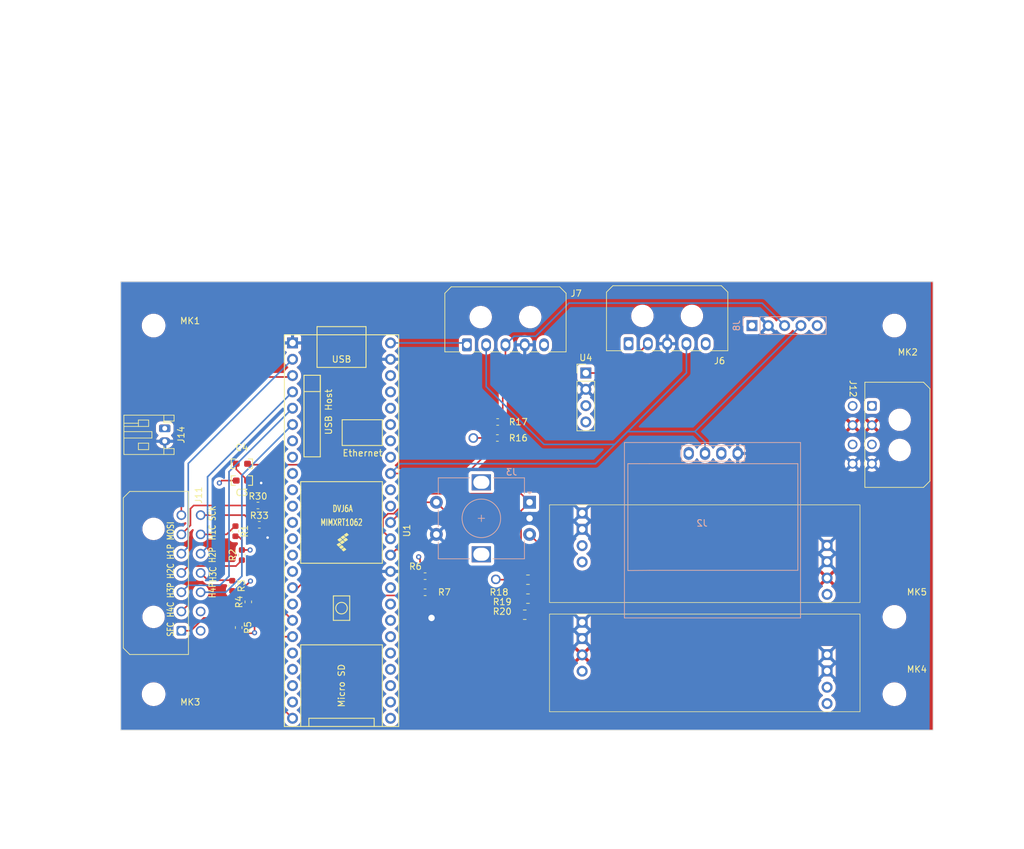
<source format=kicad_pcb>
(kicad_pcb (version 20241229) (generator "pcbnew") (generator_version "9.0")
  (layers (0 "F.Cu" jumper) (4 "In1.Cu" signal) (6 "In2.Cu" signal) (2 "B.Cu" signal) (13 "F.Paste" user) (15 "B.Paste" user) (5 "F.SilkS" user "F.Silkscreen") (7 "B.SilkS" user "B.Silkscreen") (1 "F.Mask" user) (3 "B.Mask" user) (25 "Edge.Cuts" user))
  (net 0 "")
  (net 1 "+12V")
  (net 2 "/MISO_1")
  (net 3 "/HL1_PWM_IN")
  (net 4 "/HL2_PWM_IN")
  (net 5 "GNDREF")
  (net 6 "ENC_A")
  (net 7 "/HL3_PWM_IN")
  (net 8 "/HL4_PWM_IN")
  (net 9 "ENC_B")
  (net 11 "ENC_SW")
  (net 12 "/SCL")
  (net 13 "/ANALOG_FLOW")
  (net 14 "/SDA")
  (net 15 "/PUMP_PWM_IN")
  (net 16 "/MOSI_1")
  (net 17 "/SCK_1")
  (net 27 "Net-(U1-24_A10_TX6_SCL2)")
  (net 42 "+5V")
  (net 44 "+3.3V")
  (net 45 "/SAFETY_CS")
  (net 46 "/HL4_CS")
  (net 47 "/HL2_CS")
  (net 48 "/HL3_CS")
  (net 49 "/HL1_CS")
  (net 50 "+24V")
  (net 51 "+8.4V")
  (footprint "MountingHole:MountingHole_3.2mm_M3" (layer "F.Cu") (at 208 77.5)
    (property "Reference" "MK2" (at 2.0776 4.144 0) (layer "F.SilkS"))
    (property "Value" "Mounting_Hole")
    (pad "" np_thru_hole circle (at 0 0) (size 3.2 3.2) (drill 3.2) (layers "*.Cu" "*.Mask"))
  )
  (footprint "chop_footprint_library:U3V50F12StepUpReg" (layer "F.Cu") (at 169.59 111.75)
    (property "Reference" "U3" (hide yes))
    (property "Value" "U3V50F12")
    (pad "1" thru_hole rect (at -10.16 -5.08) (size 1.7 1.7) (drill 1) (layers "*.Cu" "*.Mask") (net 5 "GNDREF"))
    (pad "2" thru_hole rect (at -10.16 -2.54) (size 1.7 1.7) (drill 1) (layers "*.Cu" "*.Mask") (net 5 "GNDREF"))
    (pad "3" thru_hole oval (at -10.16 0) (size 1.7 1.7) (drill 1) (layers "*.Cu" "*.Mask") (net 51 "+8.4V"))
    (pad "4" thru_hole oval (at -10.16 2.54) (size 1.7 1.7) (drill 1) (layers "*.Cu" "*.Mask"))
    (pad "5" thru_hole rect (at 27.94 -0.04) (size 1.7 1.7) (drill 1) (layers "*.Cu" "*.Mask") (net 5 "GNDREF"))
    (pad "6" thru_hole rect (at 27.94 2.5) (size 1.7 1.7) (drill 1) (layers "*.Cu" "*.Mask") (net 5 "GNDREF"))
    (pad "7" thru_hole oval (at 27.94 5.04) (size 1.7 1.7) (drill 1) (layers "*.Cu" "*.Mask") (net 1 "+12V"))
    (pad "8" thru_hole oval (at 27.94 7.58) (size 1.7 1.7) (drill 1) (layers "*.Cu" "*.Mask"))
  )
  (footprint "NYSEARCH:R_0603_1608Metric" (layer "F.Cu") (at 146.2425 94.99 180)
    (property "Reference" "R16" (at -3.2575 -0.01 180) (layer "F.SilkS"))
    (property "Value" "4.7k")
    (pad "1" smd roundrect (at -0.7875 0 180) (size 0.875 0.95) (layers "F.Cu" "F.Mask" "F.Paste") (net 14 "/SDA"))
    (pad "2" smd roundrect (at 0.7875 0 180) (size 0.875 0.95) (layers "F.Cu" "F.Mask" "F.Paste") (net 44 "+3.3V"))
  )
  (footprint "NYSEARCH:R_0603_1608Metric" (layer "F.Cu") (at 105 118 -90)
    (property "Reference" "R3" (at 0 -1.43 270) (layer "F.SilkS"))
    (property "Value" "4.7k")
    (pad "1" smd roundrect (at -0.7875 0 270) (size 0.875 0.95) (layers "F.Cu" "F.Mask" "F.Paste") (net 48 "/HL3_CS"))
    (pad "2" smd roundrect (at 0.7875 0 270) (size 0.875 0.95) (layers "F.Cu" "F.Mask" "F.Paste") (net 44 "+3.3V"))
  )
  (footprint "NYSEARCH:R_0603_1608Metric" (layer "F.Cu") (at 109 105.5)
    (property "Reference" "R30" (at 0 -1.43 0) (layer "F.SilkS"))
    (property "Value" "4.7k")
    (pad "1" smd roundrect (at -0.7875 0) (size 0.875 0.95) (layers "F.Cu" "F.Mask" "F.Paste") (net 16 "/MOSI_1"))
    (pad "2" smd roundrect (at 0.7875 0) (size 0.875 0.95) (layers "F.Cu" "F.Mask" "F.Paste") (net 5 "GNDREF"))
  )
  (footprint "NYSEARCH:R_0603_1608Metric" (layer "F.Cu") (at 106.5 113.2146 90)
    (property "Reference" "R2" (at 0 -1.43 90) (layer "F.SilkS"))
    (property "Value" "4.7k")
    (pad "1" smd roundrect (at -0.7875 0 90) (size 0.875 0.95) (layers "F.Cu" "F.Mask" "F.Paste") (net 47 "/HL2_CS"))
    (pad "2" smd roundrect (at 0.7875 0 90) (size 0.875 0.95) (layers "F.Cu" "F.Mask" "F.Paste") (net 44 "+3.3V"))
  )
  (footprint "NYSEARCH:C_0603_1608Metric_HandSolder" (layer "F.Cu") (at 106.5 101.6232 180)
    (property "Reference" "C3" (at 0 -1.8768 0) (layer "F.SilkS"))
    (property "Value" "0.1u")
    (pad "1" smd roundrect (at -0.875 0 180) (size 1.05 0.95) (layers "F.Cu" "F.Mask" "F.Paste") (net 5 "GNDREF"))
    (pad "2" smd roundrect (at 0.875 0 180) (size 1.05 0.95) (layers "F.Cu" "F.Mask" "F.Paste") (net 44 "+3.3V"))
  )
  (footprint "Connector_Molex:Molex_Micro-Fit_3.0_43650-0500_1x05_P3.00mm_Horizontal" (layer "F.Cu") (at 141.5 80.5)
    (property "Reference" "J7" (at 17 -8 0) (layer "F.SilkS"))
    (property "Value" "DISC PUMP")
    (pad "" np_thru_hole circle (at 2.15 -4.32) (size 3 3) (drill 3) (layers "*.Cu" "*.Mask"))
    (pad "" np_thru_hole circle (at 9.85 -4.32) (size 3 3) (drill 3) (layers "*.Cu" "*.Mask"))
    (pad "1" thru_hole roundrect (at 0 0) (size 1.5 2.02) (drill 1.02) (layers "*.Cu" "*.Mask") (roundrect_rratio 0.166667) (net 42 "+5V"))
    (pad "2" thru_hole oval (at 3 0) (size 1.5 2.02) (drill 1.02) (layers "*.Cu" "*.Mask") (net 14 "/SDA"))
    (pad "3" thru_hole oval (at 6 0) (size 1.5 2.02) (drill 1.02) (layers "*.Cu" "*.Mask") (net 12 "/SCL"))
    (pad "4" thru_hole oval (at 9 0) (size 1.5 2.02) (drill 1.02) (layers "*.Cu" "*.Mask") (net 5 "GNDREF"))
    (pad "5" thru_hole oval (at 12 0) (size 1.5 2.02) (drill 1.02) (layers "*.Cu" "*.Mask") (net 15 "/PUMP_PWM_IN"))
  )
  (footprint "Connector_JST:JST_PH_S2B-PH-K_1x02_P2.00mm_Horizontal" (layer "F.Cu") (at 94.5 93.5 -90)
    (property "Reference" "J14" (at 1 -2.55 270) (layer "F.SilkS"))
    (property "Value" "BatteryToMainBoard")
    (pad "1" thru_hole roundrect (at 0 0 270) (size 1.2 1.75) (drill 0.75) (layers "*.Cu" "*.Mask") (roundrect_rratio 0.208333) (net 51 "+8.4V"))
    (pad "2" thru_hole oval (at 2 0 270) (size 1.2 1.75) (drill 0.75) (layers "*.Cu" "*.Mask") (net 5 "GNDREF"))
  )
  (footprint "Connector_Molex:Molex_Micro-Fit_3.0_43650-0500_1x05_P3.00mm_Horizontal" (layer "F.Cu") (at 166.65 80.32)
    (property "Reference" "J6" (at 14.15 2.68 0) (layer "F.SilkS"))
    (property "Value" "PFLOW")
    (pad "" np_thru_hole circle (at 2.15 -4.32) (size 3 3) (drill 3) (layers "*.Cu" "*.Mask"))
    (pad "" np_thru_hole circle (at 9.85 -4.32) (size 3 3) (drill 3) (layers "*.Cu" "*.Mask"))
    (pad "1" thru_hole roundrect (at 0 0) (size 1.5 2.02) (drill 1.02) (layers "*.Cu" "*.Mask") (roundrect_rratio 0.166667) (net 13 "/ANALOG_FLOW"))
    (pad "2" thru_hole oval (at 3 0) (size 1.5 2.02) (drill 1.02) (layers "*.Cu" "*.Mask") (net 42 "+5V"))
    (pad "3" thru_hole oval (at 6 0) (size 1.5 2.02) (drill 1.02) (layers "*.Cu" "*.Mask") (net 5 "GNDREF"))
    (pad "4" thru_hole oval (at 9 0) (size 1.5 2.02) (drill 1.02) (layers "*.Cu" "*.Mask") (net 14 "/SDA"))
    (pad "5" thru_hole oval (at 12 0) (size 1.5 2.02) (drill 1.02) (layers "*.Cu" "*.Mask") (net 12 "/SCL"))
  )
  (footprint "NYSEARCH:C_0603_1608Metric_HandSolder" (layer "F.Cu") (at 106.5 99 180)
    (property "Reference" "C4" (at 0 2.5 0) (layer "F.SilkS"))
    (property "Value" "0.1u")
    (pad "1" smd roundrect (at -0.875 0 180) (size 1.05 0.95) (layers "F.Cu" "F.Mask" "F.Paste") (net 27 "Net-(U1-24_A10_TX6_SCL2)"))
    (pad "2" smd roundrect (at 0.875 0 180) (size 1.05 0.95) (layers "F.Cu" "F.Mask" "F.Paste") (net 5 "GNDREF"))
  )
  (footprint "NYSEARCH:R_0603_1608Metric" (layer "F.Cu") (at 105.5 109.5 -90)
    (property "Reference" "R1" (at 0 -1.43 270) (layer "F.SilkS"))
    (property "Value" "4.7k")
    (pad "1" smd roundrect (at -0.7875 0 270) (size 0.875 0.95) (layers "F.Cu" "F.Mask" "F.Paste") (net 49 "/HL1_CS"))
    (pad "2" smd roundrect (at 0.7875 0 270) (size 0.875 0.95) (layers "F.Cu" "F.Mask" "F.Paste") (net 44 "+3.3V"))
  )
  (footprint "MountingHole:MountingHole_3.2mm_M3" (layer "F.Cu") (at 92.7694 77.5)
    (property "Reference" "MK1" (at 5.6746 -0.7352 0) (layer "F.SilkS"))
    (property "Value" "Mounting_Hole")
    (pad "" np_thru_hole circle (at 0 0) (size 3.2 3.2) (drill 3.2) (layers "*.Cu" "*.Mask"))
  )
  (footprint "NYSEARCH:R_0603_1608Metric" (layer "F.Cu") (at 107.5 120.5 90)
    (property "Reference" "R4" (at 0 -1.43 90) (layer "F.SilkS"))
    (property "Value" "4.7k")
    (pad "1" smd roundrect (at -0.7875 0 90) (size 0.875 0.95) (layers "F.Cu" "F.Mask" "F.Paste") (net 46 "/HL4_CS"))
    (pad "2" smd roundrect (at 0.7875 0 90) (size 0.875 0.95) (layers "F.Cu" "F.Mask" "F.Paste") (net 44 "+3.3V"))
  )
  (footprint "chop_footprint_library:U3V50F24StepUpReg" (layer "F.Cu") (at 177.75 135.56)
    (property "Reference" "U2" (hide yes))
    (property "Value" "U3V50F24")
    (pad "1" thru_hole rect (at -18.32 -11.89) (size 1.7 1.7) (drill 1) (layers "*.Cu" "*.Mask") (net 5 "GNDREF"))
    (pad "2" thru_hole rect (at -18.32 -9.35) (size 1.7 1.7) (drill 1) (layers "*.Cu" "*.Mask") (net 5 "GNDREF"))
    (pad "3" thru_hole oval (at -18.32 -6.81) (size 1.7 1.7) (drill 1) (layers "*.Cu" "*.Mask") (net 1 "+12V"))
    (pad "4" thru_hole oval (at -18.32 -4.27) (size 1.7 1.7) (drill 1) (layers "*.Cu" "*.Mask"))
    (pad "5" thru_hole rect (at 19.78 -6.85) (size 1.7 1.7) (drill 1) (layers "*.Cu" "*.Mask") (net 5 "GNDREF"))
    (pad "6" thru_hole rect (at 19.78 -4.31) (size 1.7 1.7) (drill 1) (layers "*.Cu" "*.Mask") (net 5 "GNDREF"))
    (pad "7" thru_hole oval (at 19.78 -1.77) (size 1.7 1.7) (drill 1) (layers "*.Cu" "*.Mask") (net 50 "+24V"))
    (pad "8" thru_hole oval (at 19.78 0.77) (size 1.7 1.7) (drill 1) (layers "*.Cu" "*.Mask"))
  )
  (footprint "Connector_PinHeader_2.54mm:PinHeader_1x04_P2.54mm_Vertical" (layer "F.Cu") (at 160 84.88)
    (property "Reference" "U4" (at 0 -2.38 0) (layer "F.SilkS"))
    (property "Value" "D36V6F5")
    (pad "1" thru_hole rect (at 0 0) (size 1.7 1.7) (drill 1) (layers "*.Cu" "*.Mask") (net 42 "+5V"))
    (pad "2" thru_hole circle (at 0 2.54) (size 1.7 1.7) (drill 1) (layers "*.Cu" "*.Mask") (net 5 "GNDREF"))
    (pad "3" thru_hole circle (at 0 5.08) (size 1.7 1.7) (drill 1) (layers "*.Cu" "*.Mask") (net 51 "+8.4V"))
    (pad "4" thru_hole circle (at 0 7.62) (size 1.7 1.7) (drill 1) (layers "*.Cu" "*.Mask"))
  )
  (footprint "NYSEARCH:R_0603_1608Metric" (layer "F.Cu") (at 135 119.01)
    (property "Reference" "R7" (at 3 -0.01 0) (layer "F.SilkS"))
    (property "Value" "2.2k")
    (pad "1" smd roundrect (at -0.7875 0) (size 0.875 0.95) (layers "F.Cu" "F.Mask" "F.Paste") (net 27 "Net-(U1-24_A10_TX6_SCL2)"))
    (pad "2" smd roundrect (at 0.7875 0) (size 0.875 0.95) (layers "F.Cu" "F.Mask" "F.Paste") (net 5 "GNDREF"))
  )
  (footprint "Resistor_SMD:R_0805_2012Metric" (layer "F.Cu") (at 151 117.05)
    (property "Reference" "R18" (at -4.5 1.95 0) (layer "F.SilkS"))
    (property "Value" "4.7k")
    (pad "1" smd roundrect (at -0.9125 0) (size 1.025 1.4) (layers "F.Cu" "F.Mask" "F.Paste") (roundrect_rratio 0.243902) (net 44 "+3.3V"))
    (pad "2" smd roundrect (at 0.9125 0) (size 1.025 1.4) (layers "F.Cu" "F.Mask" "F.Paste") (roundrect_rratio 0.243902) (net 6 "ENC_A"))
  )
  (footprint "NYSEARCH:R_0603_1608Metric" (layer "F.Cu") (at 135 116.5)
    (property "Reference" "R6" (at -1.5 -1.5 0) (layer "F.SilkS"))
    (property "Value" "4.7k")
    (pad "1" smd roundrect (at -0.7875 0) (size 0.875 0.95) (layers "F.Cu" "F.Mask" "F.Paste") (net 51 "+8.4V"))
    (pad "2" smd roundrect (at 0.7875 0) (size 0.875 0.95) (layers "F.Cu" "F.Mask" "F.Paste") (net 27 "Net-(U1-24_A10_TX6_SCL2)"))
  )
  (footprint "Connector_Molex:Molex_Micro-Fit_3.0_43045-0800_2x04_P3.00mm_Horizontal" (layer "F.Cu") (at 204.5 90 -90)
    (property "Reference" "J12" (at -2.6852 2.9462 270) (layer "F.SilkS"))
    (property "Value" "POWER_HEAT")
    (pad "" np_thru_hole circle (at 2.16 -4.32 270) (size 3 3) (drill 3) (layers "*.Cu" "*.Mask"))
    (pad "" np_thru_hole circle (at 6.86 -4.32 270) (size 3 3) (drill 3) (layers "*.Cu" "*.Mask"))
    (pad "1" thru_hole roundrect (at 0 0 270) (size 1.5 1.5) (drill 1.02) (layers "*.Cu" "*.Mask") (roundrect_rratio 0.166667) (net 50 "+24V"))
    (pad "2" thru_hole circle (at 3 0 270) (size 1.5 1.5) (drill 1.02) (layers "*.Cu" "*.Mask") (net 1 "+12V"))
    (pad "3" thru_hole circle (at 6 0 270) (size 1.5 1.5) (drill 1.02) (layers "*.Cu" "*.Mask") (net 44 "+3.3V"))
    (pad "4" thru_hole circle (at 9 0 270) (size 1.5 1.5) (drill 1.02) (layers "*.Cu" "*.Mask") (net 5 "GNDREF"))
    (pad "5" thru_hole circle (at 0 3 270) (size 1.5 1.5) (drill 1.02) (layers "*.Cu" "*.Mask") (net 50 "+24V"))
    (pad "6" thru_hole circle (at 3 3 270) (size 1.5 1.5) (drill 1.02) (layers "*.Cu" "*.Mask") (net 1 "+12V"))
    (pad "7" thru_hole circle (at 6 3 270) (size 1.5 1.5) (drill 1.02) (layers "*.Cu" "*.Mask") (net 44 "+3.3V"))
    (pad "8" thru_hole circle (at 9 3 270) (size 1.5 1.5) (drill 1.02) (layers "*.Cu" "*.Mask") (net 5 "GNDREF"))
  )
  (footprint "NYSEARCH:R_0603_1608Metric" (layer "F.Cu") (at 109.2125 108.5)
    (property "Reference" "R33" (at 0 -1.43 0) (layer "F.SilkS"))
    (property "Value" "4.7k")
    (pad "1" smd roundrect (at -0.7875 0) (size 0.875 0.95) (layers "F.Cu" "F.Mask" "F.Paste") (net 17 "/SCK_1"))
    (pad "2" smd roundrect (at 0.7875 0) (size 0.875 0.95) (layers "F.Cu" "F.Mask" "F.Paste") (net 5 "GNDREF"))
  )
  (footprint "NIH-SCENT:Teensy41_Mounted" (layer "F.Cu") (at 122 109.41 -90)
    (property "Reference" "U1" (at 0 -10.16 90) (layer "F.SilkS") (effects (font (thickness 0.153))))
    (property "Value" "Teensy4.1_Mounted")
    (fp_text user "Ethernet" (at -12.065 -3.2766 0) (layer "F.SilkS") (effects (font (thickness 0.153))))
    (fp_text user "MIMXRT1062" (at -1.27 0 0) (layer "F.SilkS") (effects (font (size 1 0.7) (thickness 0.153) (bold yes))))
    (fp_text user "USB" (at -26.67 0 0) (layer "F.SilkS") (effects (font (thickness 0.153))))
    (fp_text user "Micro SD" (at 24.13 0 90) (layer "F.SilkS") (effects (font (thickness 0.153))))
    (fp_text user "USB Host" (at -18.4658 2 90) (layer "F.SilkS") (effects (font (thickness 0.153))))
    (fp_text user "DVJ6A" (at -3.41 -0.18 0) (layer "F.SilkS") (effects (font (size 1 0.7) (thickness 0.153) (bold yes))))
    (pad "1" thru_hole rect (at -29.21 7.62 270) (size 1.7 1.7) (drill 1) (layers "*.Cu" "*.Mask") (net 5 "GNDREF"))
    (pad "2" thru_hole oval (at -26.67 7.62 270) (size 1.7 1.7) (drill 1) (layers "*.Cu" "*.Mask") (net 3 "/HL1_PWM_IN"))
    (pad "3" thru_hole oval (at -24.13 7.62 270) (size 1.7 1.7) (drill 1) (layers "*.Cu" "*.Mask") (net 2 "/MISO_1"))
    (pad "4" thru_hole oval (at -21.59 7.62 270) (size 1.7 1.7) (drill 1) (layers "*.Cu" "*.Mask") (net 4 "/HL2_PWM_IN"))
    (pad "5" thru_hole oval (at -19.05 7.62 270) (size 1.7 1.7) (drill 1) (layers "*.Cu" "*.Mask") (net 7 "/HL3_PWM_IN"))
    (pad "6" thru_hole oval (at -16.51 7.62 270) (size 1.7 1.7) (drill 1) (layers "*.Cu" "*.Mask") (net 8 "/HL4_PWM_IN"))
    (pad "7" thru_hole oval (at -13.97 7.62 270) (size 1.7 1.7) (drill 1) (layers "*.Cu" "*.Mask"))
    (pad "8" thru_hole oval (at -11.43 7.62 270) (size 1.7 1.7) (drill 1) (layers "*.Cu" "*.Mask"))
    (pad "9" thru_hole oval (at -8.89 7.62 270) (size 1.7 1.7) (drill 1) (layers "*.Cu" "*.Mask"))
    (pad "10" thru_hole oval (at -6.35 7.62 270) (size 1.7 1.7) (drill 1) (layers "*.Cu" "*.Mask"))
    (pad "11" thru_hole oval (at -3.81 7.62 270) (size 1.7 1.7) (drill 1) (layers "*.Cu" "*.Mask"))
    (pad "12" thru_hole oval (at -1.27 7.62 270) (size 1.7 1.7) (drill 1) (layers "*.Cu" "*.Mask"))
    (pad "13" thru_hole oval (at 1.27 7.62 270) (size 1.7 1.7) (drill 1) (layers "*.Cu" "*.Mask"))
    (pad "14" thru_hole oval (at 3.81 7.62 270) (size 1.7 1.7) (drill 1) (layers "*.Cu" "*.Mask"))
    (pad "15" thru_hole oval (at 6.35 7.62 270) (size 1.7 1.7) (drill 1) (layers "*.Cu" "*.Mask"))
    (pad "16" thru_hole oval (at 8.89 7.62 270) (size 1.7 1.7) (drill 1) (layers "*.Cu" "*.Mask") (net 27 "Net-(U1-24_A10_TX6_SCL2)"))
    (pad "17" thru_hole oval (at 11.43 7.62 270) (size 1.7 1.7) (drill 1) (layers "*.Cu" "*.Mask"))
    (pad "18" thru_hole oval (at 13.97 7.62 270) (size 1.7 1.7) (drill 1) (layers "*.Cu" "*.Mask") (net 16 "/MOSI_1"))
    (pad "19" thru_hole oval (at 16.51 7.62 270) (size 1.7 1.7) (drill 1) (layers "*.Cu" "*.Mask") (net 17 "/SCK_1"))
    (pad "20" thru_hole oval (at 19.05 7.62 270) (size 1.7 1.7) (drill 1) (layers "*.Cu" "*.Mask") (net 49 "/HL1_CS"))
    (pad "21" thru_hole oval (at 21.59 7.62 270) (size 1.7 1.7) (drill 1) (layers "*.Cu" "*.Mask") (net 47 "/HL2_CS"))
    (pad "22" thru_hole oval (at 24.13 7.62 270) (size 1.7 1.7) (drill 1) (layers "*.Cu" "*.Mask") (net 48 "/HL3_CS"))
    (pad "23" thru_hole oval (at 26.67 7.62 270) (size 1.7 1.7) (drill 1) (layers "*.Cu" "*.Mask") (net 46 "/HL4_CS"))
    (pad "24" thru_hole oval (at 29.21 7.62 270) (size 1.7 1.7) (drill 1) (layers "*.Cu" "*.Mask") (net 45 "/SAFETY_CS"))
    (pad "25" thru_hole oval (at 29.21 -7.62 270) (size 1.7 1.7) (drill 1) (layers "*.Cu" "*.Mask"))
    (pad "26" thru_hole oval (at 26.67 -7.62 270) (size 1.7 1.7) (drill 1) (layers "*.Cu" "*.Mask"))
    (pad "27" thru_hole oval (at 24.13 -7.62 270) (size 1.7 1.7) (drill 1) (layers "*.Cu" "*.Mask"))
    (pad "28" thru_hole oval (at 21.59 -7.62 270) (size 1.7 1.7) (drill 1) (layers "*.Cu" "*.Mask"))
    (pad "29" thru_hole oval (at 19.05 -7.62 270) (size 1.7 1.7) (drill 1) (layers "*.Cu" "*.Mask"))
    (pad "30" thru_hole oval (at 16.51 -7.62 270) (size 1.7 1.7) (drill 1) (layers "*.Cu" "*.Mask"))
    (pad "31" thru_hole oval (at 13.97 -7.62 270) (size 1.7 1.7) (drill 1) (layers "*.Cu" "*.Mask"))
    (pad "32" thru_hole oval (at 11.43 -7.62 270) (size 1.7 1.7) (drill 1) (layers "*.Cu" "*.Mask"))
    (pad "33" thru_hole oval (at 8.89 -7.62 270) (size 1.7 1.7) (drill 1) (layers "*.Cu" "*.Mask") (net 13 "/ANALOG_FLOW"))
    (pad "34" thru_hole oval (at 6.35 -7.62 270) (size 1.7 1.7) (drill 1) (layers "*.Cu" "*.Mask") (net 5 "GNDREF"))
    (pad "35" thru_hole oval (at 3.81 -7.62 270) (size 1.7 1.7) (drill 1) (layers "*.Cu" "*.Mask") (net 9 "ENC_B"))
    (pad "36" thru_hole oval (at 1.27 -7.62 270) (size 1.7 1.7) (drill 1) (layers "*.Cu" "*.Mask") (net 6 "ENC_A"))
    (pad "37" thru_hole oval (at -1.27 -7.62 270) (size 1.7 1.7) (drill 1) (layers "*.Cu" "*.Mask") (net 11 "ENC_SW"))
    (pad "38" thru_hole oval (at -3.81 -7.62 270) (size 1.7 1.7) (drill 1) (layers "*.Cu" "*.Mask"))
    (pad "39" thru_hole oval (at -6.35 -7.62 270) (size 1.7 1.7) (drill 1) (layers "*.Cu" "*.Mask"))
    (pad "40" thru_hole oval (at -8.89 -7.62 270) (size 1.7 1.7) (drill 1) (layers "*.Cu" "*.Mask") (net 14 "/SDA"))
    (pad "41" thru_hole oval (at -11.43 -7.62 270) (size 1.7 1.7) (drill 1) (layers "*.Cu" "*.Mask") (net 12 "/SCL"))
    (pad "42" thru_hole oval (at -13.97 -7.62 270) (size 1.7 1.7) (drill 1) (layers "*.Cu" "*.Mask"))
    (pad "43" thru_hole oval (at -16.51 -7.62 270) (size 1.7 1.7) (drill 1) (layers "*.Cu" "*.Mask"))
    (pad "44" thru_hole oval (at -19.05 -7.62 270) (size 1.7 1.7) (drill 1) (layers "*.Cu" "*.Mask") (net 15 "/PUMP_PWM_IN"))
    (pad "45" thru_hole oval (at -21.59 -7.62 270) (size 1.7 1.7) (drill 1) (layers "*.Cu" "*.Mask"))
    (pad "46" thru_hole oval (at -24.13 -7.62 270) (size 1.7 1.7) (drill 1) (layers "*.Cu" "*.Mask") (net 44 "+3.3V"))
    (pad "47" thru_hole oval (at -26.67 -7.62 270) (size 1.7 1.7) (drill 1) (layers "*.Cu" "*.Mask") (net 5 "GNDREF"))
    (pad "48" thru_hole oval (at -29.21 -7.62 270) (size 1.7 1.7) (drill 1) (layers "*.Cu" "*.Mask") (net 42 "+5V"))
  )
  (footprint "MountingHole:MountingHole_3.2mm_M3" (layer "F.Cu") (at 92.7694 134.865)
    (property "Reference" "MK3" (at 5.6964 1.2398 0) (layer "F.SilkS"))
    (property "Value" "Mounting_Hole")
    (pad "" np_thru_hole circle (at 0 0) (size 3.2 3.2) (drill 3.2) (layers "*.Cu" "*.Mask"))
  )
  (footprint "NYSEARCH:R_0603_1608Metric" (layer "F.Cu") (at 146.2875 92.5 180)
    (property "Reference" "R17" (at -3.2125 0 180) (layer "F.SilkS"))
    (property "Value" "4.7k")
    (pad "1" smd roundrect (at -0.7875 0 180) (size 0.875 0.95) (layers "F.Cu" "F.Mask" "F.Paste") (net 12 "/SCL"))
    (pad "2" smd roundrect (at 0.7875 0 180) (size 0.875 0.95) (layers "F.Cu" "F.Mask" "F.Paste") (net 44 "+3.3V"))
  )
  (footprint "MountingHole:MountingHole_3.2mm_M3" (layer "F.Cu") (at 208 122.84)
    (property "Reference" "MK5" (at 3.5 -3.865 0) (layer "F.SilkS"))
    (property "Value" "Mounting_Hole")
    (pad "" np_thru_hole circle (at 0 0) (size 3.2 3.2) (drill 3.2) (layers "*.Cu" "*.Mask"))
  )
  (footprint "MountingHole:MountingHole_3.2mm_M3" (layer "F.Cu") (at 208 134.865)
    (property "Reference" "MK4" (at 3.5 -3.865 0) (layer "F.SilkS"))
    (property "Value" "Mounting_Hole")
    (pad "" np_thru_hole circle (at 0 0) (size 3.2 3.2) (drill 3.2) (layers "*.Cu" "*.Mask"))
  )
  (footprint "Resistor_SMD:R_0805_2012Metric" (layer "F.Cu") (at 150.5 122.5)
    (property "Reference" "R20" (at -3.5 -0.5 0) (layer "F.SilkS"))
    (property "Value" "4.7k")
    (pad "1" smd roundrect (at -0.9125 0) (size 1.025 1.4) (layers "F.Cu" "F.Mask" "F.Paste") (roundrect_rratio 0.243902) (net 44 "+3.3V"))
    (pad "2" smd roundrect (at 0.9125 0) (size 1.025 1.4) (layers "F.Cu" "F.Mask" "F.Paste") (roundrect_rratio 0.243902) (net 11 "ENC_SW"))
  )
  (footprint "Resistor_SMD:R_0805_2012Metric" (layer "F.Cu") (at 151 120)
    (property "Reference" "R19" (at -4 0.5 0) (layer "F.SilkS"))
    (property "Value" "4.7k")
    (pad "1" smd roundrect (at -0.9125 0) (size 1.025 1.4) (layers "F.Cu" "F.Mask" "F.Paste") (roundrect_rratio 0.243902) (net 44 "+3.3V"))
    (pad "2" smd roundrect (at 0.9125 0) (size 1.025 1.4) (layers "F.Cu" "F.Mask" "F.Paste") (roundrect_rratio 0.243902) (net 9 "ENC_B"))
  )
  (footprint "NYSEARCH:R_0603_1608Metric" (layer "F.Cu") (at 106 124.5 -90)
    (property "Reference" "R5" (at 0 -1.43 270) (layer "F.SilkS"))
    (property "Value" "4.7k")
    (pad "1" smd roundrect (at -0.7875 0 270) (size 0.875 0.95) (layers "F.Cu" "F.Mask" "F.Paste") (net 45 "/SAFETY_CS"))
    (pad "2" smd roundrect (at 0.7875 0 270) (size 0.875 0.95) (layers "F.Cu" "F.Mask" "F.Paste") (net 44 "+3.3V"))
  )
  (footprint "Connector_Molex:Molex_Micro-Fit_3.0_43045-1400_2x07_P3.00mm_Horizontal" (layer "F.Cu") (at 97.085 125 90)
    (property "Reference" "J11" (at 21.1006 2.6962 90) (layer "F.SilkS"))
    (property "Value" "HEATER_SIGNAL_1")
    (pad "" np_thru_hole circle (at 2.16 -4.32 90) (size 3 3) (drill 3) (layers "*.Cu" "*.Mask"))
    (pad "" np_thru_hole circle (at 15.86 -4.32 90) (size 3 3) (drill 3) (layers "*.Cu" "*.Mask"))
    (pad "1" thru_hole roundrect (at 0 0 90) (size 1.5 1.5) (drill 1.02) (layers "*.Cu" "*.Mask") (roundrect_rratio 0.166667) (net 45 "/SAFETY_CS"))
    (pad "2" thru_hole circle (at 3 0 90) (size 1.5 1.5) (drill 1.02) (layers "*.Cu" "*.Mask") (net 46 "/HL4_CS"))
    (pad "3" thru_hole circle (at 6 0 90) (size 1.5 1.5) (drill 1.02) (layers "*.Cu" "*.Mask") (net 7 "/HL3_PWM_IN"))
    (pad "4" thru_hole circle (at 9 0 90) (size 1.5 1.5) (drill 1.02) (layers "*.Cu" "*.Mask") (net 47 "/HL2_CS"))
    (pad "5" thru_hole circle (at 12 0 90) (size 1.5 1.5) (drill 1.02) (layers "*.Cu" "*.Mask") (net 3 "/HL1_PWM_IN"))
    (pad "6" thru_hole circle (at 15 0 90) (size 1.5 1.5) (drill 1.02) (layers "*.Cu" "*.Mask") (net 16 "/MOSI_1"))
    (pad "7" thru_hole circle (at 18 0 90) (size 1.5 1.5) (drill 1.02) (layers "*.Cu" "*.Mask") (net 2 "/MISO_1"))
    (pad "8" thru_hole circle (at 0 3 90) (size 1.5 1.5) (drill 1.02) (layers "*.Cu" "*.Mask"))
    (pad "9" thru_hole circle (at 3 3 90) (size 1.5 1.5) (drill 1.02) (layers "*.Cu" "*.Mask"))
    (pad "10" thru_hole circle (at 6 3 90) (size 1.5 1.5) (drill 1.02) (layers "*.Cu" "*.Mask") (net 8 "/HL4_PWM_IN"))
    (pad "11" thru_hole circle (at 9 3 90) (size 1.5 1.5) (drill 1.02) (layers "*.Cu" "*.Mask") (net 48 "/HL3_CS"))
    (pad "12" thru_hole circle (at 12 3 90) (size 1.5 1.5) (drill 1.02) (layers "*.Cu" "*.Mask") (net 4 "/HL2_PWM_IN"))
    (pad "13" thru_hole circle (at 15 3 90) (size 1.5 1.5) (drill 1.02) (layers "*.Cu" "*.Mask") (net 49 "/HL1_CS"))
    (pad "14" thru_hole circle (at 18 3 90) (size 1.5 1.5) (drill 1.02) (layers "*.Cu" "*.Mask") (net 17 "/SCK_1"))
  )
  (footprint "Rotary_Encoder:RotaryEncoder_Alps_EC12E-Switch_Vertical_H20mm" (layer "B.Cu") (at 151.25 105 180)
    (property "Reference" "J3" (at 2.8 4.7 0) (layer "B.SilkS") (effects (justify mirror)))
    (property "Value" "Encoder")
    (pad "A" thru_hole rect (at 0 0 180) (size 2 2) (drill 1) (layers "*.Cu" "*.Mask") (net 6 "ENC_A"))
    (pad "B" thru_hole circle (at 0 -5 180) (size 2 2) (drill 1) (layers "*.Cu" "*.Mask") (net 9 "ENC_B"))
    (pad "C" thru_hole circle (at 0 -2.5 180) (size 2 2) (drill 1) (layers "*.Cu" "*.Mask") (net 5 "GNDREF"))
    (pad "MP" thru_hole rect (at 7.5 -8.1 180) (size 3 2.5) (drill oval 2.5 2) (layers "*.Cu" "*.Mask"))
    (pad "MP" thru_hole rect (at 7.5 3.1 180) (size 3 2.5) (drill oval 2.5 2) (layers "*.Cu" "*.Mask"))
    (pad "S1" thru_hole circle (at 14.5 0 180) (size 2 2) (drill 1) (layers "*.Cu" "*.Mask") (net 11 "ENC_SW"))
    (pad "S2" thru_hole circle (at 14.5 -5 180) (size 2 2) (drill 1) (layers "*.Cu" "*.Mask") (net 5 "GNDREF"))
  )
  (footprint "Connector_PinHeader_2.54mm:PinHeader_1x05_P2.54mm_Vertical" (layer "B.Cu") (at 185.84 77.5 -90)
    (property "Reference" "J8" (at 0 2.38 90) (layer "B.SilkS") (effects (justify mirror)))
    (property "Value" "RTC")
    (pad "1" thru_hole rect (at 0 0 270) (size 1.7 1.7) (drill 1) (layers "*.Cu" "*.Mask") (net 42 "+5V"))
    (pad "2" thru_hole circle (at 0 -2.54 270) (size 1.7 1.7) (drill 1) (layers "*.Cu" "*.Mask") (net 5 "GNDREF"))
    (pad "3" thru_hole circle (at 0 -5.08 270) (size 1.7 1.7) (drill 1) (layers "*.Cu" "*.Mask") (net 12 "/SCL"))
    (pad "4" thru_hole circle (at 0 -7.62 270) (size 1.7 1.7) (drill 1) (layers "*.Cu" "*.Mask") (net 14 "/SDA"))
    (pad "5" thru_hole circle (at 0 -10.16 270) (size 1.7 1.7) (drill 1) (layers "*.Cu" "*.Mask"))
  )
  (footprint "chop_footprint_library:128x64OLED" (layer "B.Cu") (at 180 108 180)
    (property "Reference" "J2" (at 1.92 -0.254 0) (layer "B.SilkS") (effects (justify mirror)))
    (property "Value" "OLED")
    (pad "1" thru_hole oval (at -3.62 10.6 90) (size 2 1.6) (drill 1) (layers "*.Cu" "*.Mask") (net 5 "GNDREF"))
    (pad "2" thru_hole oval (at -1.08 10.6 90) (size 2 1.6) (drill 1) (layers "*.Cu" "*.Mask") (net 44 "+3.3V"))
    (pad "3" thru_hole oval (at 1.46 10.6 90) (size 2 1.6) (drill 1) (layers "*.Cu" "*.Mask") (net 14 "/SDA"))
    (pad "4" thru_hole oval (at 4 10.6 90) (size 2 1.6) (drill 1) (layers "*.Cu" "*.Mask") (net 12 "/SCL"))
  )
  (gr_rect (start 87.6554 70.674) (end 214.0114 140.454) (stroke (width 0.1)) (fill no) (layer "Edge.Cuts"))
  (gr_text "H2C" (at 96 117 90) (layer "F.SilkS") (effects (font (size 1 0.8)) (justify left bottom)))
  (gr_text "H2P" (at 102.5 114.5 90) (layer "F.SilkS") (effects (font (size 1 0.8)) (justify left bottom)))
  (gr_text "MOSI" (at 96 111 90) (layer "F.SilkS") (effects (font (size 1 0.8)) (justify left bottom)))
  (gr_text "H1C" (at 102.5 111 90) (layer "F.SilkS") (effects (font (size 1 0.8)) (justify left bottom)))
  (gr_text "SCK" (at 102.5 108 90) (layer "F.SilkS") (effects (font (size 1 0.8)) (justify left bottom)))
  (gr_text "H4P" (at 102.5 120 90) (layer "F.SilkS") (effects (font (size 1 0.8)) (justify left bottom)))
  (gr_text "H3C" (at 102.597619 117.512939 90) (layer "F.SilkS") (effects (font (size 1 0.8)) (justify left bottom)))
  (gr_text "SFC" (at 96 126 90) (layer "F.SilkS") (effects (font (size 1 0.8)) (justify left bottom)))
  (gr_text "H3P" (at 96 120 90) (layer "F.SilkS") (effects (font (size 1 0.8)) (justify left bottom)))
  (gr_text "H1P" (at 96 114 90) (layer "F.SilkS") (effects (font (size 1 0.8)) (justify left bottom)))
  (gr_text "H4C" (at 96 123 90) (layer "F.SilkS") (effects (font (size 1 0.8)) (justify left bottom)))
  (segment (start 100 85.5) (end 114.16 85.5) (width 0.25) (layer "F.Cu") (net 2))
  (segment (start 114.16 85.5) (end 114.38 85.28) (width 0.25) (layer "F.Cu") (net 2))
  (segment (start 97.085 107) (end 97.085 88.415) (width 0.25) (layer "F.Cu") (net 2))
  (segment (start 97.085 88.415) (end 100 85.5) (width 0.25) (layer "F.Cu") (net 2))
  (segment (start 97.085 113) (end 98.161 111.924) (width 0.25) (layer "B.Cu") (net 3))
  (segment (start 98.161 111.924) (end 98.161 98.959) (width 0.25) (layer "B.Cu") (net 3))
  (segment (start 98.161 98.959) (end 114.38 82.74) (width 0.25) (layer "B.Cu") (net 3))
  (segment (start 114.38 87.82) (end 101.161 101.039) (width 0.25) (layer "B.Cu") (net 4))
  (segment (start 101.161 101.039) (end 101.161 111.924) (width 0.25) (layer "B.Cu") (net 4))
  (segment (start 101.161 111.924) (end 100.085 113) (width 0.25) (layer "B.Cu") (net 4))
  (segment (start 109.1232 101.6232) (end 109.5 102) (width 0.25) (layer "F.Cu") (net 5))
  (segment (start 107.375 101.6232) (end 109.1232 101.6232) (width 0.25) (layer "F.Cu") (net 5))
  (segment (start 110 108.5) (end 110 110) (width 0.25) (layer "F.Cu") (net 5))
  (segment (start 105.625 99) (end 105.625 99.8732) (width 0.25) (layer "F.Cu") (net 5))
  (segment (start 110 108) (end 109.7875 107.7875) (width 0.25) (layer "F.Cu") (net 5))
  (segment (start 135.7875 122.7875) (end 136 123) (width 0.25) (layer "F.Cu") (net 5))
  (segment (start 105.625 99.8732) (end 107.375 101.6232) (width 0.25) (layer "F.Cu") (net 5))
  (segment (start 110 108.5) (end 110 108) (width 0.25) (layer "F.Cu") (net 5))
  (segment (start 110 110) (end 110.5 110.5) (width 0.25) (layer "F.Cu") (net 5))
  (segment (start 109.7875 107.7875) (end 109.7875 105.5) (width 0.25) (layer "F.Cu") (net 5))
  (segment (start 135.7875 119.01) (end 135.7875 122.7875) (width 0.25) (layer "F.Cu") (net 5))
  (via (at 110.5 110.5) (size 0.8) (drill 0.4) (layers "F.Cu" "B.Cu") (net 5))
  (via (at 136 123) (size 1.5) (drill 1) (layers "F.Cu" "B.Cu") (net 5))
  (via (at 109.5 102) (size 0.8) (drill 0.4) (layers "F.Cu" "B.Cu") (net 5))
  (segment (start 128.444 109.504) (end 128.444 107.556) (width 0.25) (layer "F.Cu") (net 6))
  (segment (start 129.62 110.68) (end 128.444 109.504) (width 0.25) (layer "F.Cu") (net 6))
  (segment (start 130.107116 106.776) (end 133.209116 103.674) (width 0.25) (layer "F.Cu") (net 6))
  (segment (start 151.25 105) (end 149.924 106.326) (width 0.25) (layer "F.Cu") (net 6))
  (segment (start 129.224 106.776) (end 130.107116 106.776) (width 0.25) (layer "F.Cu") (net 6))
  (segment (start 149.924 115.0615) (end 151.9125 117.05) (width 0.25) (layer "F.Cu") (net 6))
  (segment (start 149.924 103.674) (end 151.25 105) (width 0.25) (layer "F.Cu") (net 6))
  (segment (start 128.444 107.556) (end 129.224 106.776) (width 0.25) (layer "F.Cu") (net 6))
  (segment (start 133.209116 103.674) (end 149.924 103.674) (width 0.25) (layer "F.Cu") (net 6))
  (segment (start 149.924 106.326) (end 149.924 115.0615) (width 0.25) (layer "F.Cu") (net 6))
  (segment (start 104.5 116.5) (end 103.076 117.924) (width 0.25) (layer "B.Cu") (net 7))
  (segment (start 103.076 117.924) (end 98.161 117.924) (width 0.25) (layer "B.Cu") (net 7))
  (segment (start 104.5 100.24) (end 104.5 116.5) (width 0.25) (layer "B.Cu") (net 7))
  (segment (start 98.161 117.924) (end 97.085 119) (width 0.25) (layer "B.Cu") (net 7))
  (segment (start 114.38 90.36) (end 104.5 100.24) (width 0.25) (layer "B.Cu") (net 7))
  (segment (start 104 119) (end 100.085 119) (width 0.25) (layer "B.Cu") (net 8))
  (segment (start 114.38 92.9) (end 106.5 100.78) (width 0.25) (layer "B.Cu") (net 8))
  (segment (start 106.5 100.78) (end 106.5 116.5) (width 0.25) (layer "B.Cu") (net 8))
  (segment (start 106.5 116.5) (end 104 119) (width 0.25) (layer "B.Cu") (net 8))
  (segment (start 151.25 110) (end 152.95625 111.70625) (width 0.25) (layer "F.Cu") (net 9))
  (segment (start 152.95625 111.70625) (end 152.95625 121.04375) (width 0.25) (layer "F.Cu") (net 9))
  (segment (start 151.9125 120) (end 152.95625 121.04375) (width 0.25) (layer "F.Cu") (net 9))
  (segment (start 152.95625 121.04375) (end 153 121.0875) (width 0.25) (layer "F.Cu") (net 9))
  (segment (start 138.5 113) (end 137.87 112.37) (width 0.25) (layer "F.Cu") (net 9))
  (segment (start 151 124.5) (end 141.86219 124.5) (width 0.25) (layer "F.Cu") (net 9))
  (segment (start 137.87 112.37) (end 130.47 112.37) (width 0.25) (layer "F.Cu") (net 9))
  (segment (start 153 121.0875) (end 153 122.5) (width 0.25) (layer "F.Cu") (net 9))
  (segment (start 130.47 112.37) (end 129.62 113.22) (width 0.25) (layer "F.Cu") (net 9))
  (segment (start 138.5 121.13781) (end 138.5 113) (width 0.25) (layer "F.Cu") (net 9))
  (segment (start 141.86219 124.5) (end 138.5 121.13781) (width 0.25) (layer "F.Cu") (net 9))
  (segment (start 153 122.5) (end 151 124.5) (width 0.25) (layer "F.Cu") (net 9))
  (segment (start 139.5 121.5) (end 139.5 107.75) (width 0.25) (layer "F.Cu") (net 11))
  (segment (start 141.526 123.526) (end 139.5 121.5) (width 0.25) (layer "F.Cu") (net 11))
  (segment (start 151.4125 122.5) (end 150.3865 123.526) (width 0.25) (layer "F.Cu") (net 11))
  (segment (start 139.5 107.75) (end 136.75 105) (width 0.25) (layer "F.Cu") (net 11))
  (segment (start 132.76 105) (end 136.75 105) (width 0.25) (layer "F.Cu") (net 11))
  (segment (start 129.62 108.14) (end 132.76 105) (width 0.25) (layer "F.Cu") (net 11))
  (segment (start 150.3865 123.526) (end 141.526 123.526) (width 0.25) (layer "F.Cu") (net 11))
  (segment (start 147.075 92.5) (end 147.075 87.425) (width 0.25) (layer "F.Cu") (net 12))
  (segment (start 147.5 87) (end 147.5 80.5) (width 0.25) (layer "F.Cu") (net 12))
  (segment (start 147.075 87.425) (end 147.5 87) (width 0.25) (layer "F.Cu") (net 12))
  (segment (start 147.5 80.5) (end 148.836 79.164) (width 0.25) (layer "B.Cu") (net 12))
  (segment (start 157.370306 74) (end 187.42 74) (width 0.25) (layer "B.Cu") (net 12))
  (segment (start 187.42 74) (end 190.92 77.5) (width 0.25) (layer "B.Cu") (net 12))
  (segment (start 148.836 79.164) (end 152.206306 79.164) (width 0.25) (layer "B.Cu") (net 12))
  (segment (start 152.206306 79.164) (end 157.370306 74) (width 0.25) (layer "B.Cu") (net 12))
  (segment (start 147.03 94.99) (end 141.5 100.52) (width 0.25) (layer "F.Cu") (net 14))
  (segment (start 141.5 100.52) (end 129.62 100.52) (width 0.25) (layer "F.Cu") (net 14))
  (segment (start 178.54 97.4) (end 178.54 95.58) (width 0.25) (layer "B.Cu") (net 14))
  (segment (start 176.96 94) (end 173 94) (width 0.25) (layer "B.Cu") (net 14))
  (segment (start 144.5 87) (end 153.5 96) (width 0.25) (layer "B.Cu") (net 14))
  (segment (start 193.46 77.5) (end 176.96 94) (width 0.25) (layer "B.Cu") (net 14))
  (segment (start 153.5 96) (end 164.5 96) (width 0.25) (layer "B.Cu") (net 14))
  (segment (start 164.5 96) (end 166.5 94) (width 0.25) (layer "B.Cu") (net 14))
  (segment (start 144.5 80.5) (end 144.5 87) (width 0.25) (layer "B.Cu") (net 14))
  (segment (start 178.54 95.58) (end 176.96 94) (width 0.25) (layer "B.Cu") (net 14))
  (segment (start 131.14 99) (end 129.62 100.52) (width 0.25) (layer "B.Cu") (net 14))
  (segment (start 173 94) (end 166.5 94) (width 0.25) (layer "B.Cu") (net 14))
  (segment (start 166.5 94) (end 161.5 99) (width 0.25) (layer "B.Cu") (net 14))
  (segment (start 175.65 84.85) (end 175.65 80.32) (width 0.25) (layer "B.Cu") (net 14))
  (segment (start 161.5 99) (end 131.14 99) (width 0.25) (layer "B.Cu") (net 14))
  (segment (start 166.5 94) (end 175.65 84.85) (width 0.25) (layer "B.Cu") (net 14))
  (segment (start 112.5 121.5) (end 112.5 105.5) (width 0.25) (layer "F.Cu") (net 16))
  (segment (start 114.38 123.38) (end 112.5 121.5) (width 0.25) (layer "F.Cu") (net 16))
  (segment (start 99 105.5) (end 108.2125 105.5) (width 0.25) (layer "F.Cu") (net 16))
  (segment (start 111 104) (end 109.5 104) (width 0.25) (layer "F.Cu") (net 16))
  (segment (start 98.5 106) (end 99 105.5) (width 0.25) (layer "F.Cu") (net 16))
  (segment (start 97.085 110) (end 98.5 108.585) (width 0.25) (layer "F.Cu") (net 16))
  (segment (start 98.5 108.585) (end 98.5 106) (width 0.25) (layer "F.Cu") (net 16))
  (segment (start 112.5 105.5) (end 111 104) (width 0.25) (layer "F.Cu") (net 16))
  (segment (start 108.2125 105.2875) (end 108.2125 105.5) (width 0.25) (layer "F.Cu") (net 16))
  (segment (start 109.5 104) (end 108.2125 105.2875) (width 0.25) (layer "F.Cu") (net 16))
  (segment (start 109.5 109.575) (end 109.5 124.5) (width 0.25) (layer "F.Cu") (net 17))
  (segment (start 109.5 124.5) (end 110.92 125.92) (width 0.25) (layer "F.Cu") (net 17))
  (segment (start 100.085 107) (end 106.925 107) (width 0.25) (layer "F.Cu") (net 17))
  (segment (start 106.925 107) (end 109.5 109.575) (width 0.25) (layer "F.Cu") (net 17))
  (segment (start 110.92 125.92) (end 114.38 125.92) (width 0.25) (layer "F.Cu") (net 17))
  (segment (start 134.2125 118.075) (end 135.7875 116.5) (width 0.25) (layer "F.Cu") (net 27))
  (segment (start 115.156 99.156) (end 116 100) (width 0.25) (layer "F.Cu") (net 27))
  (segment (start 116 117.5) (end 115.2 118.3) (width 0.25) (layer "F.Cu") (net 27))
  (segment (start 134.2125 119.01) (end 134.2125 118.075) (width 0.25) (layer "F.Cu") (net 27))
  (segment (start 118 119.5) (end 116 117.5) (width 0.25) (layer "F.Cu") (net 27))
  (segment (start 107.375 99) (end 107.531 99.156) (width 0.25) (layer "F.Cu") (net 27))
  (segment (start 115.2 118.3) (end 114.38 118.3) (width 0.25) (layer "F.Cu") (net 27))
  (segment (start 116 100) (end 116 117.5) (width 0.25) (layer "F.Cu") (net 27))
  (segment (start 107.531 99.156) (end 115.156 99.156) (width 0.25) (layer "F.Cu") (net 27))
  (segment (start 134.2125 119.01) (end 133.7225 119.5) (width 0.25) (layer "F.Cu") (net 27))
  (segment (start 133.7225 119.5) (end 118 119.5) (width 0.25) (layer "F.Cu") (net 27))
  (segment (start 165.09 84.88) (end 169.65 80.32) (width 0.25) (layer "F.Cu") (net 42))
  (segment (start 160 84.88) (end 165.09 84.88) (width 0.25) (layer "F.Cu") (net 42))
  (segment (start 129.62 80.2) (end 141.2 80.2) (width 0.25) (layer "B.Cu") (net 42))
  (segment (start 141.2 80.2) (end 141.5 80.5) (width 0.25) (layer "B.Cu") (net 42))
  (segment (start 106.25 118.875) (end 106.25 118.8475) (width 0.25) (layer "F.Cu") (net 44))
  (segment (start 107.7778 112.4271) (end 106.5 112.4271) (width 0.25) (layer "F.Cu") (net 44))
  (segment (start 149.5 122.5) (end 149.5 122) (width 0.25) (layer "F.Cu") (net 44))
  (segment (start 108.4707 125.305) (end 108.4707 120.5957) (width 0.25) (layer "F.Cu") (net 44))
  (segment (start 150 121.5) (end 150 120) (width 0.25) (layer "F.Cu") (net 44))
  (segment (start 106.5 110.8525) (end 106.5 112.4271) (width 0.25) (layer "F.Cu") (net 44))
  (segment (start 108.4707 120.5957) (end 107.5 119.625) (width 0.25) (layer "F.Cu") (net 44))
  (segment (start 142.51 94.99) (end 142.5 95) (width 0.25) (layer "F.Cu") (net 44))
  (segment (start 108.4007 125.375) (end 108.4707 125.305) (width 0.25) (layer "F.Cu") (net 44))
  (segment (start 145.455 94.99) (end 145.455 92.545) (width 0.25) (layer "F.Cu") (net 44))
  (segment (start 150.0875 117.05) (end 150.0875 120) (width 0.25) (layer "F.Cu") (net 44))
  (segment (start 107 119.625) (end 107.5 119.625) (width 0.25) (layer "F.Cu") (net 44))
  (segment (start 105.625 101.6232) (end 103.3768 101.6232) (width 0.25) (layer "F.Cu") (net 44))
  (segment (start 105 118.875) (end 106.25 118.875) (width 0.25) (layer "F.Cu") (net 44))
  (segment (start 146.05 117.05) (end 150.0875 117.05) (width 0.25) (layer "F.Cu") (net 44))
  (segment (start 149.5 122) (end 150 121.5) (width 0.25) (layer "F.Cu") (net 44))
  (segment (start 106.25 118.8475) (end 107.8366 117.2609) (width 0.25) (layer "F.Cu") (net 44))
  (segment (start 146 117) (end 146.05 117.05) (width 0.25) (layer "F.Cu") (net 44))
  (segment (start 106.25 118.875) (end 107 119.625) (width 0.25) (layer "F.Cu") (net 44))
  (segment (start 145.455 94.99) (end 142.51 94.99) (width 0.25) (layer "F.Cu") (net 44))
  (segment (start 145.455 92.545) (end 145.5 92.5) (width 0.25) (layer "F.Cu") (net 44))
  (segment (start 106.0225 110.375) (end 106.5 110.8525) (width 0.25) (layer "F.Cu") (net 44))
  (segment (start 103.3768 101.6232) (end 103 102) (width 0.25) (layer "F.Cu") (net 44))
  (segment (start 106 125.375) (end 108.4007 125.375) (width 0.25) (layer "F.Cu") (net 44))
  (segment (start 105.5 110.375) (end 106.0225 110.375) (width 0.25) (layer "F.Cu") (net 44))
  (via (at 107.8366 117.2609) (size 0.8) (drill 0.4) (layers "F.Cu" "B.Cu") (net 44))
  (via (at 107.7778 112.4271) (size 0.8) (drill 0.4) (layers "F.Cu" "B.Cu") (net 44))
  (via (at 103 102) (size 0.8) (drill 0.4) (layers "F.Cu" "B.Cu") (net 44))
  (via (at 108.4707 125.305) (size 0.8) (drill 0.4) (layers "F.Cu" "B.Cu") (net 44))
  (via (at 146 117) (size 1.5) (drill 1) (layers "F.Cu" "B.Cu") (net 44))
  (via (at 142.5 95) (size 1.5) (drill 1) (layers "F.Cu" "B.Cu") (net 44))
  (segment (start 111.5 135.74) (end 114.38 138.62) (width 0.25) (layer "F.Cu") (net 45))
  (segment (start 98.563306 125) (end 100.563306 123) (width 0.25) (layer "F.Cu") (net 45))
  (segment (start 102 123) (end 111.5 132.5) (width 0.25) (layer "F.Cu") (net 45))
  (segment (start 111.5 132.5) (end 111.5 135.74) (width 0.25) (layer "F.Cu") (net 45))
  (segment (start 100.563306 123) (end 102 123) (width 0.25) (layer "F.Cu") (net 45))
  (segment (start 106 123.625) (end 106 123.497) (width 0.25) (layer "F.Cu") (net 45))
  (segment (start 106 123.497) (end 105.503 123) (width 0.25) (layer "F.Cu") (net 45))
  (segment (start 97.085 125) (end 98.563306 125) (width 0.25) (layer "F.Cu") (net 45))
  (segment (start 102 123) (end 105.503 123) (width 0.25) (layer "F.Cu") (net 45))
  (segment (start 106.125 120.5) (end 98.585 120.5) (width 0.25) (layer "F.Cu") (net 46))
  (segment (start 98.585 120.5) (end 97.085 122) (width 0.25) (layer "F.Cu") (net 46))
  (segment (start 107 121.375) (end 106.125 120.5) (width 0.25) (layer "F.Cu") (net 46))
  (segment (start 107.5 121.375) (end 107 121.375) (width 0.25) (layer "F.Cu") (net 46))
  (segment (start 105.5781 114.924) (end 106.5 114.0021) (width 0.25) (layer "F.Cu") (net 47))
  (segment (start 98.161 114.924) (end 105.5781 114.924) (width 0.25) (layer "F.Cu") (net 47))
  (segment (start 97.085 116) (end 98.161 114.924) (width 0.25) (layer "F.Cu") (net 47))
  (segment (start 101.21 117.125) (end 100.085 116) (width 0.25) (layer "F.Cu") (net 48))
  (segment (start 105 117.125) (end 101.21 117.125) (width 0.25) (layer "F.Cu") (net 48))
  (segment (start 100.085 110) (end 104.125 110) (width 0.25) (layer "F.Cu") (net 49))
  (segment (start 104.125 110) (end 105.5 108.625) (width 0.25) (layer "F.Cu") (net 49))
  (segment (start 134.2125 116.5) (end 134.2125 113.7125) (width 0.25) (layer "F.Cu") (net 51))
  (segment (start 134.2125 113.7125) (end 134 113.5) (width 0.25) (layer "F.Cu") (net 51))
  (via (at 134 113.5) (size 0.8) (drill 0.4) (layers "F.Cu" "B.Cu") (net 51))
  (zone (net 1) (net_name "+12V") (layer "F.Cu") (priority 1) (connect_pads thru_hole_only (clearance 0.5)) (min_thickness 0.3) (fill yes (thermal_gap 0.5) (thermal_bridge_width 0.5))
    (polygon (pts (xy 80.25 42.35) (xy 80.25 147.9) (xy 214.275 148.1) (xy 214.275 40.225)))
  )
  (zone (net 5) (net_name "GNDREF") (layer "B.Cu") (connect_pads thru_hole_only (clearance 0.5)) (min_thickness 0.3) (fill yes (thermal_gap 0.5) (thermal_bridge_width 0.5))
    (polygon (pts (xy 84.4 45.7) (xy 84.2 143.95) (xy 213.462524 143.667263) (xy 213.737582 44.646176)))
  )
)
</source>
